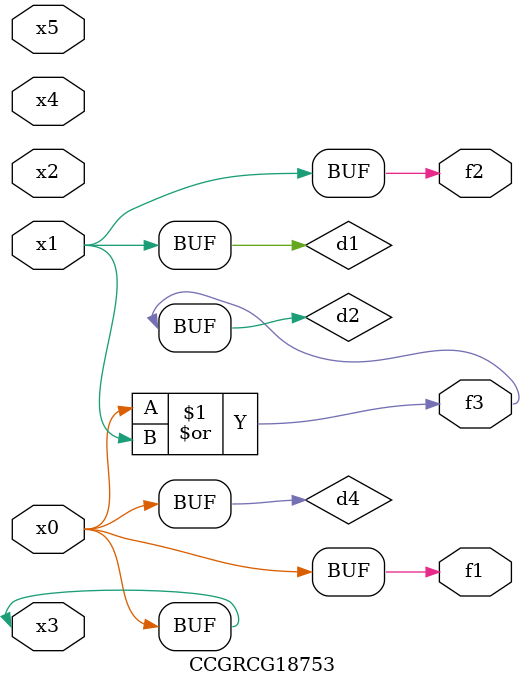
<source format=v>
module CCGRCG18753(
	input x0, x1, x2, x3, x4, x5,
	output f1, f2, f3
);

	wire d1, d2, d3, d4;

	and (d1, x1);
	or (d2, x0, x1);
	nand (d3, x0, x5);
	buf (d4, x0, x3);
	assign f1 = d4;
	assign f2 = d1;
	assign f3 = d2;
endmodule

</source>
